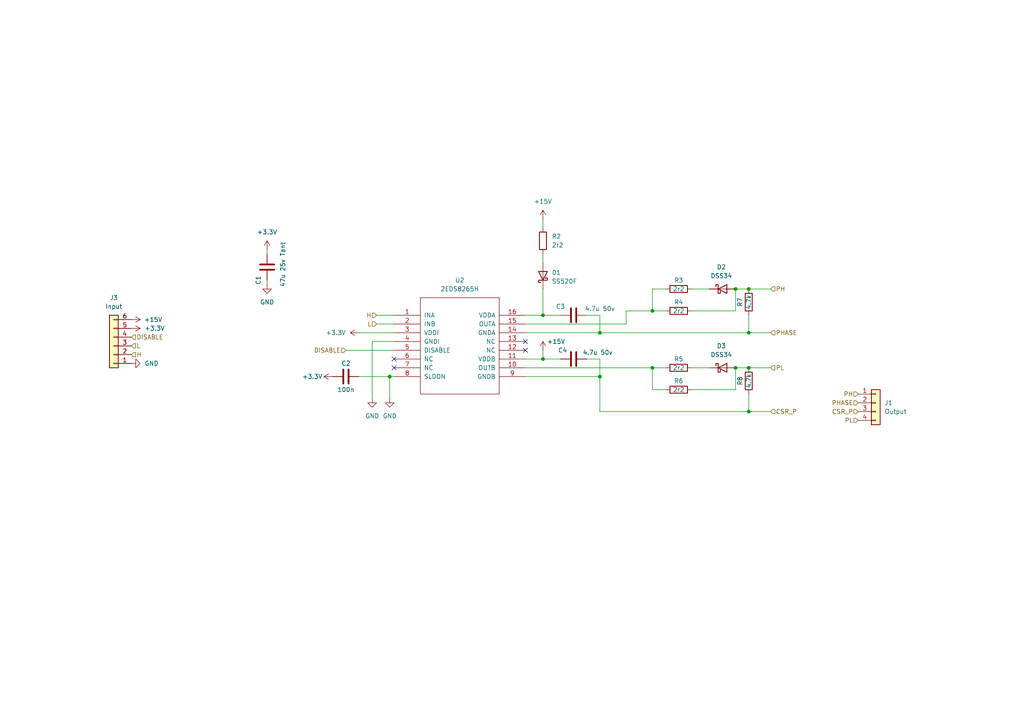
<source format=kicad_sch>
(kicad_sch (version 20230121) (generator eeschema)
  (paper "A4")
  (lib_symbols
    (symbol "Connector_Generic:Conn_01x04" (pin_names (offset 1.016) hide)
      (property "Reference" "J" (at 0 5.08 0))
      (property "Value" "Conn_01x04" (at 0 -7.62 0))
      (symbol "Conn_01x04_1_1"
        (rectangle (start -1.27 -4.953) (end 0 -5.207) (stroke (width 0.1524)))
        (rectangle (start -1.27 -2.413) (end 0 -2.667) (stroke (width 0.1524)))
        (rectangle (start -1.27 0.127) (end 0 -0.127) (stroke (width 0.1524)))
        (rectangle (start -1.27 2.667) (end 0 2.413) (stroke (width 0.1524)))
        (rectangle (start -1.27 3.81) (end 1.27 -6.35) (stroke (width 0.254)) (fill (type background)))
        (pin passive line (at -5.08 2.54 0) (length 3.81) (name "Pin_1") (number "1"))
        (pin passive line (at -5.08 0 0) (length 3.81) (name "Pin_2") (number "2"))
        (pin passive line (at -5.08 -2.54 0) (length 3.81) (name "Pin_3") (number "3"))
        (pin passive line (at -5.08 -5.08 0) (length 3.81) (name "Pin_4") (number "4"))
      )
    )
    (symbol "Connector_Generic:Conn_01x06" (pin_names (offset 1.016) hide)
      (property "Reference" "J" (at 0 7.62 0))
      (property "Value" "Conn_01x06" (at 0 -10.16 0))
      (symbol "Conn_01x06_1_1"
        (rectangle (start -1.27 -7.493) (end 0 -7.747) (stroke (width 0.1524)))
        (rectangle (start -1.27 -4.953) (end 0 -5.207) (stroke (width 0.1524)))
        (rectangle (start -1.27 -2.413) (end 0 -2.667) (stroke (width 0.1524)))
        (rectangle (start -1.27 0.127) (end 0 -0.127) (stroke (width 0.1524)))
        (rectangle (start -1.27 2.667) (end 0 2.413) (stroke (width 0.1524)))
        (rectangle (start -1.27 5.207) (end 0 4.953) (stroke (width 0.1524)))
        (rectangle (start -1.27 6.35) (end 1.27 -8.89) (stroke (width 0.254)) (fill (type background)))
        (pin passive line (at -5.08 5.08 0) (length 3.81) (name "Pin_1") (number "1"))
        (pin passive line (at -5.08 2.54 0) (length 3.81) (name "Pin_2") (number "2"))
        (pin passive line (at -5.08 0 0) (length 3.81) (name "Pin_3") (number "3"))
        (pin passive line (at -5.08 -2.54 0) (length 3.81) (name "Pin_4") (number "4"))
        (pin passive line (at -5.08 -5.08 0) (length 3.81) (name "Pin_5") (number "5"))
        (pin passive line (at -5.08 -7.62 0) (length 3.81) (name "Pin_6") (number "6"))
      )
    )
    (symbol "Device:C" (pin_numbers hide) (pin_names (offset 0.254))
      (property "Reference" "C" (at 0.635 2.54 0))
      (property "Value" "C" (at 0.635 -2.54 0))
      (symbol "C_0_1"
        (polyline (pts (xy -2.032 -0.762) (xy 2.032 -0.762)) (stroke (width 0.508)))
        (polyline (pts (xy -2.032 0.762) (xy 2.032 0.762)) (stroke (width 0.508)))
      )
      (symbol "C_1_1"
        (pin passive line (at 0 3.81 270) (length 2.794) (name "~") (number "1"))
        (pin passive line (at 0 -3.81 90) (length 2.794) (name "~") (number "2"))
      )
    )
    (symbol "Device:D_Schottky" (pin_numbers hide) (pin_names (offset 1.016) hide)
      (property "Reference" "D" (at 0 2.54 0))
      (property "Value" "D_Schottky" (at 0 -2.54 0))
      (symbol "D_Schottky_0_1"
        (polyline (pts (xy 1.27 0) (xy -1.27 0)))
        (polyline (pts (xy 1.27 1.27) (xy 1.27 -1.27) (xy -1.27 0) (xy 1.27 1.27)) (stroke (width 0.254)))
        (polyline (pts (xy -1.905 0.635) (xy -1.905 1.27) (xy -1.27 1.27) (xy -1.27 -1.27) (xy -0.635 -1.27) (xy -0.635 -0.635)) (stroke (width 0.254)))
      )
      (symbol "D_Schottky_1_1"
        (pin passive line (at -3.81 0 0) (length 2.54) (name "K") (number "1"))
        (pin passive line (at 3.81 0 180) (length 2.54) (name "A") (number "2"))
      )
    )
    (symbol "Device:R" (pin_numbers hide) (pin_names (offset 0))
      (property "Reference" "R" (at 2.032 0 90))
      (property "Value" "R" (at 0 0 90))
      (symbol "R_0_1"
        (rectangle (start -1.016 -2.54) (end 1.016 2.54) (stroke (width 0.254)))
      )
      (symbol "R_1_1"
        (pin passive line (at 0 3.81 270) (length 1.27) (name "~") (number "1"))
        (pin passive line (at 0 -3.81 90) (length 1.27) (name "~") (number "2"))
      )
    )
    (symbol "GigaESCSymbols:2EDS8265H" (pin_names (offset 1.016))
      (property "Reference" "U" (at 0 -15.24 0))
      (property "Value" "2EDS8265H" (at 0 16.51 0))
      (symbol "2EDS8265H_1_0"
        (rectangle (start -11.43 -13.97) (end 11.43 13.97))
      )
      (symbol "2EDS8265H_1_1"
        (pin input line (at -19.05 8.89 0) (length 7.62) (name "INA") (number "1"))
        (pin input line (at 19.05 -6.35 180) (length 7.62) (name "OUTB") (number "10"))
        (pin input line (at 19.05 -3.81 180) (length 7.62) (name "VDDB") (number "11"))
        (pin input line (at 19.05 -1.27 180) (length 7.62) (name "NC") (number "12"))
        (pin input line (at 19.05 1.27 180) (length 7.62) (name "NC") (number "13"))
        (pin input line (at 19.05 3.81 180) (length 7.62) (name "GNDA") (number "14"))
        (pin input line (at 19.05 6.35 180) (length 7.62) (name "OUTA") (number "15"))
        (pin input line (at 19.05 8.89 180) (length 7.62) (name "VDDA") (number "16"))
        (pin input line (at -19.05 6.35 0) (length 7.62) (name "INB") (number "2"))
        (pin input line (at -19.05 3.81 0) (length 7.62) (name "VDDI") (number "3"))
        (pin input line (at -19.05 1.27 0) (length 7.62) (name "GNDI") (number "4"))
        (pin input line (at -19.05 -1.27 0) (length 7.62) (name "DISABLE") (number "5"))
        (pin input line (at -19.05 -3.81 0) (length 7.62) (name "NC") (number "6"))
        (pin input line (at -19.05 -6.35 0) (length 7.62) (name "NC") (number "7"))
        (pin input line (at -19.05 -8.89 0) (length 7.62) (name "SLDON") (number "8"))
        (pin input line (at 19.05 -8.89 180) (length 7.62) (name "GNDB") (number "9"))
      )
    )
    (symbol "power:+15V" (power) (pin_names (offset 0))
      (property "Value" "+15V" (at 0 3.556 0))
      (symbol "+15V_0_1"
        (polyline (pts (xy -0.762 1.27) (xy 0 2.54)))
        (polyline (pts (xy 0 0) (xy 0 2.54)))
        (polyline (pts (xy 0 2.54) (xy 0.762 1.27)))
      )
      (symbol "+15V_1_1"
        (pin power_in line (at 0 0 90) (length 0) hide (name "+15V") (number "1"))
      )
    )
    (symbol "power:+3.3V" (power) (pin_names (offset 0))
      (property "Value" "+3.3V" (at 0 3.556 0))
      (symbol "+3.3V_0_1"
        (polyline (pts (xy -0.762 1.27) (xy 0 2.54)))
        (polyline (pts (xy 0 0) (xy 0 2.54)))
        (polyline (pts (xy 0 2.54) (xy 0.762 1.27)))
      )
      (symbol "+3.3V_1_1"
        (pin power_in line (at 0 0 90) (length 0) hide (name "+3.3V") (number "1"))
      )
    )
    (symbol "power:GND" (power) (pin_names (offset 0))
      (property "Value" "GND" (at 0 -3.81 0))
      (symbol "GND_0_1"
        (polyline (pts (xy 0 0) (xy 0 -1.27) (xy 1.27 -1.27) (xy 0 -2.54) (xy -1.27 -1.27) (xy 0 -1.27)))
      )
      (symbol "GND_1_1"
        (pin power_in line (at 0 0 270) (length 0) hide (name "GND") (number "1"))
      )
    )
  )
  (junction (at 157.48 91.44))
  (junction (at 213.36 83.82))
  (junction (at 113.03 109.22))
  (junction (at 157.48 104.14))
  (junction (at 173.99 109.22))
  (junction (at 217.17 83.82))
  (junction (at 173.99 96.52))
  (junction (at 189.23 90.17))
  (junction (at 217.17 96.52))
  (junction (at 189.23 106.68))
  (junction (at 217.17 106.68))
  (junction (at 217.17 119.38))
  (junction (at 213.36 106.68))
  (no_connect (at 152.4 101.6))
  (no_connect (at 114.3 104.14))
  (no_connect (at 114.3 106.68))
  (no_connect (at 152.4 99.06))
  (wire (pts (xy 109.22 91.44) (xy 114.3 91.44)))
  (wire (pts (xy 213.36 83.82) (xy 213.36 90.17)))
  (wire (pts (xy 152.4 93.98) (xy 181.61 93.98)))
  (wire (pts (xy 77.47 81.28) (xy 77.47 82.55)))
  (wire (pts (xy 107.95 99.06) (xy 107.95 115.57)))
  (wire (pts (xy 217.17 119.38) (xy 223.52 119.38)))
  (wire (pts (xy 109.22 93.98) (xy 114.3 93.98)))
  (wire (pts (xy 104.14 96.52) (xy 114.3 96.52)))
  (wire (pts (xy 157.48 83.82) (xy 157.48 91.44)))
  (wire (pts (xy 217.17 96.52) (xy 223.52 96.52)))
  (wire (pts (xy 157.48 104.14) (xy 157.48 101.6)))
  (wire (pts (xy 189.23 113.03) (xy 193.04 113.03)))
  (wire (pts (xy 77.47 72.39) (xy 77.47 73.66)))
  (wire (pts (xy 173.99 119.38) (xy 173.99 109.22)))
  (wire (pts (xy 189.23 106.68) (xy 193.04 106.68)))
  (wire (pts (xy 213.36 106.68) (xy 217.17 106.68)))
  (wire (pts (xy 217.17 114.3) (xy 217.17 119.38)))
  (wire (pts (xy 217.17 119.38) (xy 173.99 119.38)))
  (wire (pts (xy 157.48 91.44) (xy 162.56 91.44)))
  (wire (pts (xy 173.99 91.44) (xy 170.18 91.44)))
  (wire (pts (xy 193.04 90.17) (xy 189.23 90.17)))
  (wire (pts (xy 217.17 106.68) (xy 223.52 106.68)))
  (wire (pts (xy 213.36 113.03) (xy 200.66 113.03)))
  (wire (pts (xy 152.4 104.14) (xy 157.48 104.14)))
  (wire (pts (xy 217.17 91.44) (xy 217.17 96.52)))
  (wire (pts (xy 152.4 106.68) (xy 189.23 106.68)))
  (wire (pts (xy 173.99 109.22) (xy 152.4 109.22)))
  (wire (pts (xy 217.17 83.82) (xy 223.52 83.82)))
  (wire (pts (xy 189.23 106.68) (xy 189.23 113.03)))
  (wire (pts (xy 200.66 106.68) (xy 205.74 106.68)))
  (wire (pts (xy 114.3 99.06) (xy 107.95 99.06)))
  (wire (pts (xy 213.36 106.68) (xy 213.36 113.03)))
  (wire (pts (xy 152.4 96.52) (xy 173.99 96.52)))
  (wire (pts (xy 213.36 83.82) (xy 217.17 83.82)))
  (wire (pts (xy 157.48 91.44) (xy 152.4 91.44)))
  (wire (pts (xy 157.48 63.5) (xy 157.48 66.04)))
  (wire (pts (xy 100.33 101.6) (xy 114.3 101.6)))
  (wire (pts (xy 113.03 109.22) (xy 114.3 109.22)))
  (wire (pts (xy 189.23 83.82) (xy 193.04 83.82)))
  (wire (pts (xy 213.36 90.17) (xy 200.66 90.17)))
  (wire (pts (xy 157.48 104.14) (xy 162.56 104.14)))
  (wire (pts (xy 170.18 104.14) (xy 173.99 104.14)))
  (wire (pts (xy 181.61 90.17) (xy 189.23 90.17)))
  (wire (pts (xy 157.48 73.66) (xy 157.48 76.2)))
  (wire (pts (xy 200.66 83.82) (xy 205.74 83.82)))
  (wire (pts (xy 189.23 90.17) (xy 189.23 83.82)))
  (wire (pts (xy 104.14 109.22) (xy 113.03 109.22)))
  (wire (pts (xy 173.99 96.52) (xy 217.17 96.52)))
  (wire (pts (xy 181.61 93.98) (xy 181.61 90.17)))
  (wire (pts (xy 113.03 109.22) (xy 113.03 115.57)))
  (wire (pts (xy 173.99 104.14) (xy 173.99 109.22)))
  (wire (pts (xy 173.99 96.52) (xy 173.99 91.44)))
  (hierarchical_label "PH" (shape input) (at 248.92 114.3 180))
  (hierarchical_label "L" (shape input) (at 38.1 100.33 0))
  (hierarchical_label "PHASE" (shape input) (at 223.52 96.52 0))
  (hierarchical_label "CSR_P" (shape input) (at 248.92 119.38 180))
  (hierarchical_label "H" (shape input) (at 38.1 102.87 0))
  (hierarchical_label "PL" (shape input) (at 223.52 106.68 0))
  (hierarchical_label "DISABLE" (shape input) (at 100.33 101.6 180))
  (hierarchical_label "PH" (shape input) (at 223.52 83.82 0))
  (hierarchical_label "DISABLE" (shape input) (at 38.1 97.79 0))
  (hierarchical_label "H" (shape input) (at 109.22 91.44 180))
  (hierarchical_label "CSR_P" (shape input) (at 223.52 119.38 0))
  (hierarchical_label "L" (shape input) (at 109.22 93.98 180))
  (hierarchical_label "PL" (shape input) (at 248.92 121.92 180))
  (hierarchical_label "PHASE" (shape input) (at 248.92 116.84 180))
  (symbol (lib_id "power:+15V") (at 157.48 63.5 0) (unit 1)
    (property "Reference" "#PWR07" (effects hide))
    (property "Value" "+15V" (at 157.48 58.42 0))
  )
  (symbol (lib_id "power:+15V") (at 157.48 101.6 0) (unit 1)
    (property "Reference" "#PWR08" (effects hide))
    (property "Value" "+15V" (at 161.29 99.06 0))
  )
  (symbol (lib_id "power:GND") (at 77.47 82.55 0) (unit 1)
    (property "Reference" "#PWR02" (effects hide))
    (property "Value" "GND" (at 77.47 87.63 0))
  )
  (symbol (lib_id "power:GND") (at 107.95 115.57 0) (unit 1)
    (property "Reference" "#PWR06" (effects hide))
    (property "Value" "GND" (at 107.95 120.65 0))
  )
  (symbol (lib_id "Device:R") (at 196.85 90.17 90) (unit 1)
    (property "Reference" "R4" (at 196.85 87.63 90))
    (property "Value" "2r2" (at 196.85 90.17 90))
    (property "Footprint" "Resistor_SMD:R_0805_2012Metric" (effects hide))
  )
  (symbol (lib_id "Device:C") (at 166.37 104.14 90) (unit 1)
    (property "Reference" "C4" (at 163.195 101.6 90))
    (property "Value" "4.7u 50v" (at 173.355 102.235 90))
    (property "Footprint" "Capacitor_SMD:C_1206_3216Metric" (effects hide))
    (property "MPN" "C29823" (effects hide))
  )
  (symbol (lib_id "Device:R") (at 217.17 87.63 180) (unit 1)
    (property "Reference" "R7" (at 214.63 87.63 90))
    (property "Value" "4.7k" (at 217.17 87.63 90))
    (property "Footprint" "Resistor_SMD:R_0805_2012Metric" (effects hide))
    (property "MPN" "C17673" (effects hide))
  )
  (symbol (lib_id "Device:D_Schottky") (at 157.48 80.01 90) (unit 1)
    (property "Reference" "D1" (at 160.02 79.0575 90) (effects (justify right)))
    (property "Value" "SS520F" (at 160.02 81.5975 90) (effects (justify right)))
    (property "Footprint" "Diode_SMD:D_SMA" (effects hide))
    (property "MPN" "C353179" (effects hide))
  )
  (symbol (lib_id "power:GND") (at 38.1 105.41 90) (unit 1)
    (property "Reference" "#PWR010" (effects hide))
    (property "Value" "GND" (at 41.91 105.41 90) (effects (justify right)))
  )
  (symbol (lib_id "Device:C") (at 166.37 91.44 90) (unit 1)
    (property "Reference" "C3" (at 162.56 88.9 90))
    (property "Value" "4.7u 50v" (at 173.99 89.535 90))
    (property "Footprint" "Capacitor_SMD:C_1206_3216Metric" (effects hide))
    (property "MPN" "C29823" (effects hide))
  )
  (symbol (lib_id "power:+3.3V") (at 77.47 72.39 0) (unit 1)
    (property "Reference" "#PWR01" (effects hide))
    (property "Value" "+3.3V" (at 77.47 67.31 0))
  )
  (symbol (lib_id "Device:R") (at 196.85 113.03 90) (unit 1)
    (property "Reference" "R6" (at 196.85 110.49 90))
    (property "Value" "2r2" (at 196.85 113.03 90))
    (property "Footprint" "Resistor_SMD:R_0805_2012Metric" (effects hide))
  )
  (symbol (lib_id "Device:R") (at 196.85 83.82 90) (unit 1)
    (property "Reference" "R3" (at 196.85 81.28 90))
    (property "Value" "2r2" (at 196.85 83.82 90))
    (property "Footprint" "Resistor_SMD:R_0805_2012Metric" (effects hide))
  )
  (symbol (lib_id "GigaESCSymbols:2EDS8265H") (at 133.35 100.33 0) (unit 1)
    (property "Reference" "U2" (at 133.35 81.28 0))
    (property "Value" "2EDS8265H" (at 133.35 83.82 0))
    (property "Footprint" "Package_SO:SOIC-16W_7.5x10.3mm_P1.27mm" (effects hide))
    (property "Datasheet" "DOCUMENTATION" (effects hide))
    (property "MPN" "C533091" (effects hide))
  )
  (symbol (lib_id "Device:D_Schottky") (at 209.55 106.68 0) (unit 1)
    (property "Reference" "D3" (at 209.2325 100.33 0))
    (property "Value" "DSS34" (at 209.2325 102.87 0))
    (property "Footprint" "Diode_SMD:D_SOD-123F" (effects hide))
    (property "MPN" "C511866" (effects hide))
  )
  (symbol (lib_id "power:+3.3V") (at 96.52 109.22 90) (unit 1)
    (property "Reference" "#PWR05" (effects hide))
    (property "Value" "+3.3V" (at 87.63 109.22 90) (effects (justify right)))
  )
  (symbol (lib_id "Connector_Generic:Conn_01x04") (at 254 116.84 0) (unit 1)
    (property "Reference" "J1" (at 256.54 116.84 0) (effects (justify left)))
    (property "Value" "Output" (at 256.54 119.38 0) (effects (justify left)))
    (property "Footprint" "Connector_PinHeader_2.54mm:PinHeader_1x04_P2.54mm_Vertical" (effects hide))
  )
  (symbol (lib_id "Connector_Generic:Conn_01x06") (at 33.02 100.33 180) (unit 1)
    (property "Reference" "J3" (at 33.02 86.36 0))
    (property "Value" "Input" (at 33.02 88.9 0))
    (property "Footprint" "Connector_PinHeader_2.54mm:PinHeader_1x06_P2.54mm_Vertical" (effects hide))
  )
  (symbol (lib_id "power:GND") (at 113.03 115.57 0) (unit 1)
    (property "Reference" "#PWR03" (effects hide))
    (property "Value" "GND" (at 113.03 120.65 0))
  )
  (symbol (lib_id "Device:R") (at 157.48 69.85 0) (unit 1)
    (property "Reference" "R2" (at 160.02 68.58 0) (effects (justify left)))
    (property "Value" "2r2" (at 160.02 71.12 0) (effects (justify left)))
    (property "Footprint" "Resistor_SMD:R_0805_2012Metric" (effects hide))
    (property "MPN" "C17521" (effects hide))
  )
  (symbol (lib_id "power:+15V") (at 38.1 92.71 270) (unit 1)
    (property "Reference" "#PWR011" (effects hide))
    (property "Value" "+15V" (at 44.45 92.71 90))
  )
  (symbol (lib_id "Device:R") (at 196.85 106.68 90) (unit 1)
    (property "Reference" "R5" (at 196.85 104.14 90))
    (property "Value" "2r2" (at 196.85 106.68 90))
    (property "Footprint" "Resistor_SMD:R_0805_2012Metric" (effects hide))
  )
  (symbol (lib_id "Device:C") (at 100.33 109.22 90) (unit 1)
    (property "Reference" "C2" (at 100.33 105.41 90))
    (property "Value" "100n" (at 100.33 113.03 90))
    (property "Footprint" "Capacitor_SMD:C_0805_2012Metric" (effects hide))
  )
  (symbol (lib_id "power:+3.3V") (at 38.1 95.25 270) (unit 1)
    (property "Reference" "#PWR09" (effects hide))
    (property "Value" "+3.3V" (at 41.91 95.25 90) (effects (justify left)))
  )
  (symbol (lib_id "power:+3.3V") (at 104.14 96.52 90) (unit 1)
    (property "Reference" "#PWR04" (effects hide))
    (property "Value" "+3.3V" (at 100.33 96.52 90) (effects (justify left)))
  )
  (symbol (lib_id "Device:D_Schottky") (at 209.55 83.82 0) (unit 1)
    (property "Reference" "D2" (at 209.2325 77.47 0))
    (property "Value" "DSS34" (at 209.2325 80.01 0))
    (property "Footprint" "Diode_SMD:D_SOD-123F" (effects hide))
  )
  (symbol (lib_id "Device:R") (at 217.17 110.49 180) (unit 1)
    (property "Reference" "R8" (at 214.63 110.49 90))
    (property "Value" "4.7k" (at 217.17 110.49 90))
    (property "Footprint" "Resistor_SMD:R_0805_2012Metric" (effects hide))
  )
  (symbol (lib_id "Device:C") (at 77.47 77.47 180) (unit 1)
    (property "Reference" "C1" (at 74.93 81.28 90))
    (property "Value" "47u 25v Tant" (at 82.042 76.708 90))
    (property "Footprint" "Capacitor_Tantalum_SMD:CP_EIA-7343-31_Kemet-D" (effects hide))
    (property "MPN" "C117039" (effects hide))
  )
)
</source>
